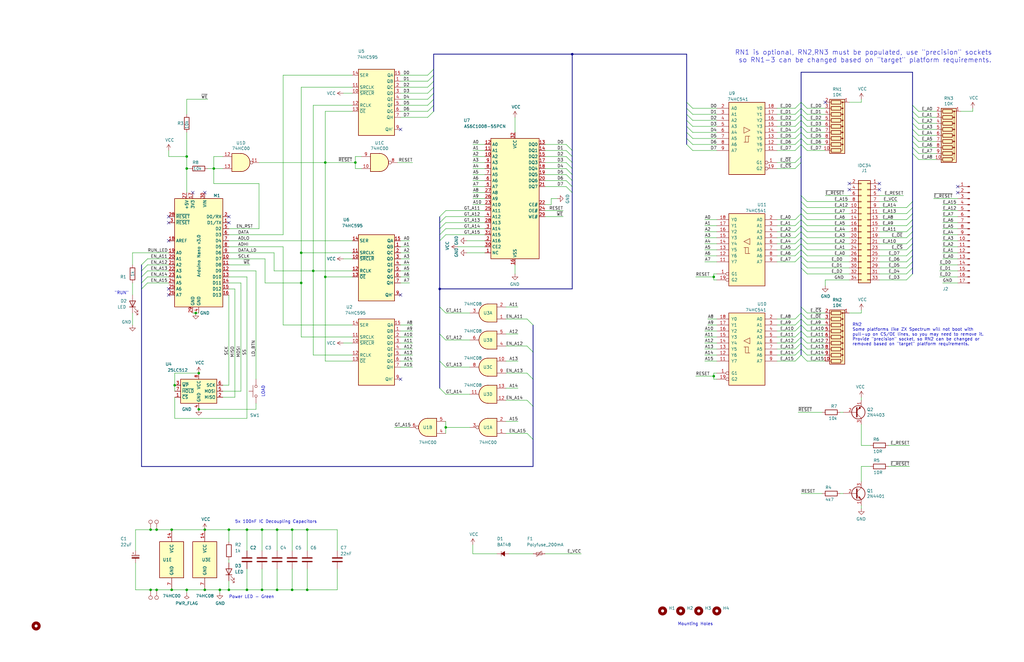
<source format=kicad_sch>
(kicad_sch (version 20230121) (generator eeschema)
  (paper "USLedger")
  (title_block (title "EPROM Emulator NG") (date "2021-03-23") (rev "2.2c") (company "mygeekyhobby.com"))
  (junction (at 96.52 223.52))
  (junction (at 66.04 223.52))
  (junction (at 132.08 114.3))
  (junction (at 78.74 71.12))
  (junction (at 187.96 180.34))
  (junction (at 185.42 121.92))
  (junction (at 116.84 223.52))
  (junction (at 123.19 223.52))
  (junction (at 300.99 116.84))
  (junction (at 63.5 248.92))
  (junction (at 83.82 157.48))
  (junction (at 127 119.38))
  (junction (at 300.99 158.75))
  (junction (at 129.54 223.52))
  (junction (at 127 106.68))
  (junction (at 116.84 248.92))
  (junction (at 104.14 223.52))
  (junction (at 104.14 248.92))
  (junction (at 241.3 22.86))
  (junction (at 96.52 248.92))
  (junction (at 92.71 248.92))
  (junction (at 72.39 248.92))
  (junction (at 110.49 223.52))
  (junction (at 63.5 223.52))
  (junction (at 129.54 248.92))
  (junction (at 78.74 248.92))
  (junction (at 73.66 162.56))
  (junction (at 123.19 248.92))
  (junction (at 82.55 132.08))
  (junction (at 149.86 68.58))
  (junction (at 78.74 66.04))
  (junction (at 86.36 248.92))
  (junction (at 110.49 248.92))
  (junction (at 86.36 223.52))
  (junction (at 137.16 116.84))
  (junction (at 137.16 68.58))
  (junction (at 83.82 172.72))
  (junction (at 66.04 248.92))
  (junction (at 72.39 223.52))
  (junction (at 90.17 71.12))
  (no_connect (at 168.91 54.61))
  (no_connect (at 71.12 93.98))
  (no_connect (at 71.12 121.92))
  (no_connect (at 96.52 93.98))
  (no_connect (at 168.91 124.46))
  (no_connect (at 347.98 43.18))
  (no_connect (at 71.12 101.6))
  (no_connect (at 168.91 160.02))
  (no_connect (at 358.14 80.01))
  (no_connect (at 370.84 80.01))
  (no_connect (at 86.36 81.28))
  (no_connect (at 71.12 91.44))
  (no_connect (at 71.12 124.46))
  (no_connect (at 403.86 78.74))
  (no_connect (at 81.28 81.28))
  (no_connect (at 370.84 77.47))
  (no_connect (at 358.14 77.47))
  (no_connect (at 96.52 91.44))
  (no_connect (at 403.86 81.28))
  (bus_entry (at 335.28 102.87) (size 2.54 -2.54))
  (bus_entry (at 185.42 152.4) (size 2.54 2.54))
  (bus_entry (at 337.82 92.71) (size 2.54 2.54))
  (bus_entry (at 340.36 139.7) (size -2.54 -2.54))
  (bus_entry (at 337.82 85.09) (size 2.54 2.54))
  (bus_entry (at 382.27 110.49) (size 2.54 -2.54))
  (bus_entry (at 289.56 58.42) (size 2.54 2.54))
  (bus_entry (at 337.82 100.33) (size 2.54 2.54))
  (bus_entry (at 185.42 96.52) (size 2.54 -2.54))
  (bus_entry (at 238.76 60.96) (size 2.54 2.54))
  (bus_entry (at 222.25 182.88) (size 2.54 2.54))
  (bus_entry (at 335.28 134.62) (size 2.54 -2.54))
  (bus_entry (at 384.81 44.45) (size 2.54 2.54))
  (bus_entry (at 335.28 100.33) (size 2.54 -2.54))
  (bus_entry (at 382.27 97.79) (size 2.54 -2.54))
  (bus_entry (at 335.28 152.4) (size 2.54 -2.54))
  (bus_entry (at 180.34 36.83) (size 2.54 -2.54))
  (bus_entry (at 335.28 45.72) (size 2.54 -2.54))
  (bus_entry (at 335.28 71.12) (size 2.54 -2.54))
  (bus_entry (at 382.27 90.17) (size 2.54 -2.54))
  (bus_entry (at 238.76 68.58) (size 2.54 2.54))
  (bus_entry (at 62.23 119.38) (size -2.54 2.54))
  (bus_entry (at 289.56 55.88) (size 2.54 2.54))
  (bus_entry (at 335.28 53.34) (size 2.54 -2.54))
  (bus_entry (at 238.76 76.2) (size 2.54 2.54))
  (bus_entry (at 289.56 45.72) (size 2.54 2.54))
  (bus_entry (at 335.28 137.16) (size 2.54 -2.54))
  (bus_entry (at 185.42 101.6) (size 2.54 -2.54))
  (bus_entry (at 337.82 90.17) (size 2.54 2.54))
  (bus_entry (at 337.82 45.72) (size 2.54 2.54))
  (bus_entry (at 335.28 144.78) (size 2.54 -2.54))
  (bus_entry (at 180.34 39.37) (size 2.54 -2.54))
  (bus_entry (at 382.27 115.57) (size 2.54 -2.54))
  (bus_entry (at 289.56 48.26) (size 2.54 2.54))
  (bus_entry (at 238.76 78.74) (size 2.54 2.54))
  (bus_entry (at 335.28 48.26) (size 2.54 -2.54))
  (bus_entry (at 384.81 46.99) (size 2.54 2.54))
  (bus_entry (at 340.36 137.16) (size -2.54 -2.54))
  (bus_entry (at 340.36 147.32) (size -2.54 -2.54))
  (bus_entry (at 222.25 134.62) (size 2.54 2.54))
  (bus_entry (at 337.82 97.79) (size 2.54 2.54))
  (bus_entry (at 382.27 87.63) (size 2.54 -2.54))
  (bus_entry (at 382.27 105.41) (size 2.54 -2.54))
  (bus_entry (at 289.56 53.34) (size 2.54 2.54))
  (bus_entry (at 238.76 63.5) (size 2.54 2.54))
  (bus_entry (at 222.25 157.48) (size 2.54 2.54))
  (bus_entry (at 382.27 100.33) (size 2.54 -2.54))
  (bus_entry (at 337.82 105.41) (size 2.54 2.54))
  (bus_entry (at 335.28 50.8) (size 2.54 -2.54))
  (bus_entry (at 238.76 66.04) (size 2.54 2.54))
  (bus_entry (at 335.28 107.95) (size 2.54 -2.54))
  (bus_entry (at 335.28 149.86) (size 2.54 -2.54))
  (bus_entry (at 382.27 102.87) (size 2.54 -2.54))
  (bus_entry (at 180.34 41.91) (size 2.54 -2.54))
  (bus_entry (at 180.34 44.45) (size 2.54 -2.54))
  (bus_entry (at 384.81 64.77) (size 2.54 2.54))
  (bus_entry (at 180.34 49.53) (size 2.54 -2.54))
  (bus_entry (at 384.81 62.23) (size 2.54 2.54))
  (bus_entry (at 335.28 110.49) (size 2.54 -2.54))
  (bus_entry (at 382.27 107.95) (size 2.54 -2.54))
  (bus_entry (at 185.42 140.97) (size 2.54 2.54))
  (bus_entry (at 340.36 142.24) (size -2.54 -2.54))
  (bus_entry (at 337.82 107.95) (size 2.54 2.54))
  (bus_entry (at 337.82 87.63) (size 2.54 2.54))
  (bus_entry (at 335.28 142.24) (size 2.54 -2.54))
  (bus_entry (at 335.28 95.25) (size 2.54 -2.54))
  (bus_entry (at 382.27 118.11) (size 2.54 -2.54))
  (bus_entry (at 335.28 58.42) (size 2.54 -2.54))
  (bus_entry (at 340.36 134.62) (size -2.54 -2.54))
  (bus_entry (at 62.23 114.3) (size -2.54 2.54))
  (bus_entry (at 335.28 139.7) (size 2.54 -2.54))
  (bus_entry (at 337.82 60.96) (size 2.54 2.54))
  (bus_entry (at 335.28 92.71) (size 2.54 -2.54))
  (bus_entry (at 62.23 116.84) (size -2.54 2.54))
  (bus_entry (at 335.28 55.88) (size 2.54 -2.54))
  (bus_entry (at 337.82 58.42) (size 2.54 2.54))
  (bus_entry (at 384.81 52.07) (size 2.54 2.54))
  (bus_entry (at 337.82 53.34) (size 2.54 2.54))
  (bus_entry (at 340.36 149.86) (size -2.54 -2.54))
  (bus_entry (at 185.42 91.44) (size 2.54 -2.54))
  (bus_entry (at 382.27 113.03) (size 2.54 -2.54))
  (bus_entry (at 62.23 109.22) (size -2.54 2.54))
  (bus_entry (at 337.82 82.55) (size 2.54 2.54))
  (bus_entry (at 382.27 92.71) (size 2.54 -2.54))
  (bus_entry (at 337.82 43.18) (size 2.54 2.54))
  (bus_entry (at 238.76 73.66) (size 2.54 2.54))
  (bus_entry (at 340.36 152.4) (size -2.54 -2.54))
  (bus_entry (at 185.42 99.06) (size 2.54 -2.54))
  (bus_entry (at 337.82 110.49) (size 2.54 2.54))
  (bus_entry (at 340.36 144.78) (size -2.54 -2.54))
  (bus_entry (at 185.42 129.54) (size 2.54 2.54))
  (bus_entry (at 384.81 59.69) (size 2.54 2.54))
  (bus_entry (at 337.82 102.87) (size 2.54 2.54))
  (bus_entry (at 335.28 63.5) (size 2.54 -2.54))
  (bus_entry (at 335.28 105.41) (size 2.54 -2.54))
  (bus_entry (at 222.25 168.91) (size 2.54 2.54))
  (bus_entry (at 335.28 97.79) (size 2.54 -2.54))
  (bus_entry (at 335.28 60.96) (size 2.54 -2.54))
  (bus_entry (at 335.28 68.58) (size 2.54 -2.54))
  (bus_entry (at 337.82 95.25) (size 2.54 2.54))
  (bus_entry (at 180.34 34.29) (size 2.54 -2.54))
  (bus_entry (at 289.56 50.8) (size 2.54 2.54))
  (bus_entry (at 337.82 50.8) (size 2.54 2.54))
  (bus_entry (at 384.81 54.61) (size 2.54 2.54))
  (bus_entry (at 238.76 71.12) (size 2.54 2.54))
  (bus_entry (at 185.42 93.98) (size 2.54 -2.54))
  (bus_entry (at 337.82 129.54) (size 2.54 2.54))
  (bus_entry (at 382.27 95.25) (size 2.54 -2.54))
  (bus_entry (at 335.28 147.32) (size 2.54 -2.54))
  (bus_entry (at 62.23 111.76) (size -2.54 2.54))
  (bus_entry (at 222.25 146.05) (size 2.54 2.54))
  (bus_entry (at 289.56 60.96) (size 2.54 2.54))
  (bus_entry (at 180.34 31.75) (size 2.54 -2.54))
  (bus_entry (at 384.81 49.53) (size 2.54 2.54))
  (bus_entry (at 384.81 57.15) (size 2.54 2.54))
  (bus_entry (at 337.82 113.03) (size 2.54 2.54))
  (bus_entry (at 180.34 46.99) (size 2.54 -2.54))
  (bus_entry (at 185.42 163.83) (size 2.54 2.54))
  (bus_entry (at 337.82 48.26) (size 2.54 2.54))
  (bus_entry (at 289.56 43.18) (size 2.54 2.54))
  (bus_entry (at 337.82 55.88) (size 2.54 2.54))
  (wire (pts (xy 101.6 165.1) (xy 93.98 165.1)))
  (bus (pts (xy 289.56 53.34) (xy 289.56 55.88)))
  (wire (pts (xy 172.72 180.34) (xy 166.37 180.34)))
  (bus (pts (xy 337.82 100.33) (xy 337.82 102.87)))
  (wire (pts (xy 292.1 60.96) (xy 302.26 60.96)))
  (wire (pts (xy 110.49 248.92) (xy 116.84 248.92)))
  (wire (pts (xy 238.76 63.5) (xy 229.87 63.5)))
  (wire (pts (xy 204.47 101.6) (xy 196.85 101.6)))
  (wire (pts (xy 327.66 92.71) (xy 335.28 92.71)))
  (wire (pts (xy 410.21 45.72) (xy 410.21 46.99)))
  (bus (pts (xy 384.81 105.41) (xy 384.81 107.95)))
  (wire (pts (xy 340.36 55.88) (xy 347.98 55.88)))
  (bus (pts (xy 182.88 29.21) (xy 182.88 31.75)))
  (wire (pts (xy 110.49 223.52) (xy 116.84 223.52)))
  (wire (pts (xy 96.52 119.38) (xy 101.6 119.38)))
  (wire (pts (xy 55.88 106.68) (xy 71.12 106.68)))
  (wire (pts (xy 238.76 60.96) (xy 229.87 60.96)))
  (wire (pts (xy 96.52 111.76) (xy 105.41 111.76)))
  (bus (pts (xy 337.82 30.48) (xy 337.82 43.18)))
  (wire (pts (xy 218.44 152.4) (xy 213.36 152.4)))
  (wire (pts (xy 302.26 137.16) (xy 298.45 137.16)))
  (wire (pts (xy 96.52 106.68) (xy 115.57 106.68)))
  (wire (pts (xy 218.44 129.54) (xy 213.36 129.54)))
  (wire (pts (xy 292.1 63.5) (xy 302.26 63.5)))
  (wire (pts (xy 148.59 39.37) (xy 144.78 39.37)))
  (wire (pts (xy 111.76 119.38) (xy 127 119.38)))
  (wire (pts (xy 327.66 100.33) (xy 335.28 100.33)))
  (wire (pts (xy 123.19 240.03) (xy 123.19 248.92)))
  (wire (pts (xy 96.52 223.52) (xy 104.14 223.52)))
  (bus (pts (xy 384.81 64.77) (xy 384.81 85.09)))
  (wire (pts (xy 180.34 31.75) (xy 168.91 31.75)))
  (wire (pts (xy 387.35 64.77) (xy 394.97 64.77)))
  (bus (pts (xy 337.82 147.32) (xy 337.82 149.86)))
  (bus (pts (xy 337.82 45.72) (xy 337.82 48.26)))
  (wire (pts (xy 127 36.83) (xy 148.59 36.83)))
  (wire (pts (xy 78.74 248.92) (xy 86.36 248.92)))
  (wire (pts (xy 213.36 134.62) (xy 222.25 134.62)))
  (wire (pts (xy 96.52 101.6) (xy 148.59 101.6)))
  (wire (pts (xy 173.99 154.94) (xy 168.91 154.94)))
  (bus (pts (xy 337.82 132.08) (xy 337.82 134.62)))
  (bus (pts (xy 337.82 139.7) (xy 337.82 142.24)))
  (wire (pts (xy 172.72 119.38) (xy 168.91 119.38)))
  (wire (pts (xy 180.34 49.53) (xy 168.91 49.53)))
  (wire (pts (xy 394.97 62.23) (xy 387.35 62.23)))
  (wire (pts (xy 297.18 97.79) (xy 302.26 97.79)))
  (bus (pts (xy 384.81 59.69) (xy 384.81 62.23)))
  (wire (pts (xy 92.71 248.92) (xy 96.52 248.92)))
  (bus (pts (xy 384.81 52.07) (xy 384.81 54.61)))
  (bus (pts (xy 384.81 97.79) (xy 384.81 100.33)))
  (wire (pts (xy 327.66 139.7) (xy 335.28 139.7)))
  (bus (pts (xy 289.56 55.88) (xy 289.56 58.42)))
  (bus (pts (xy 241.3 22.86) (xy 241.3 63.5)))
  (wire (pts (xy 149.86 68.58) (xy 149.86 66.04)))
  (bus (pts (xy 182.88 22.86) (xy 182.88 29.21)))
  (wire (pts (xy 300.99 115.57) (xy 300.99 116.84)))
  (wire (pts (xy 148.59 144.78) (xy 144.78 144.78)))
  (wire (pts (xy 394.97 67.31) (xy 387.35 67.31)))
  (bus (pts (xy 185.42 99.06) (xy 185.42 101.6)))
  (wire (pts (xy 347.98 149.86) (xy 340.36 149.86)))
  (bus (pts (xy 182.88 34.29) (xy 182.88 36.83)))
  (wire (pts (xy 83.82 172.72) (xy 107.95 172.72)))
  (wire (pts (xy 86.36 223.52) (xy 96.52 223.52)))
  (wire (pts (xy 123.19 223.52) (xy 129.54 223.52)))
  (wire (pts (xy 180.34 41.91) (xy 168.91 41.91)))
  (wire (pts (xy 72.39 223.52) (xy 86.36 223.52)))
  (wire (pts (xy 370.84 87.63) (xy 382.27 87.63)))
  (bus (pts (xy 185.42 129.54) (xy 185.42 140.97)))
  (wire (pts (xy 71.12 111.76) (xy 62.23 111.76)))
  (wire (pts (xy 71.12 114.3) (xy 62.23 114.3)))
  (wire (pts (xy 297.18 147.32) (xy 302.26 147.32)))
  (wire (pts (xy 78.74 41.91) (xy 78.74 48.26)))
  (wire (pts (xy 142.24 232.41) (xy 142.24 223.52)))
  (wire (pts (xy 132.08 114.3) (xy 115.57 114.3)))
  (wire (pts (xy 172.72 104.14) (xy 168.91 104.14)))
  (wire (pts (xy 232.41 83.82) (xy 234.95 83.82)))
  (wire (pts (xy 73.66 162.56) (xy 73.66 165.1)))
  (bus (pts (xy 185.42 91.44) (xy 185.42 93.98)))
  (wire (pts (xy 410.21 46.99) (xy 405.13 46.99)))
  (wire (pts (xy 340.36 115.57) (xy 358.14 115.57)))
  (wire (pts (xy 297.18 95.25) (xy 302.26 95.25)))
  (wire (pts (xy 92.71 250.19) (xy 92.71 248.92)))
  (bus (pts (xy 337.82 107.95) (xy 337.82 110.49)))
  (bus (pts (xy 337.82 110.49) (xy 337.82 113.03)))
  (wire (pts (xy 127 119.38) (xy 127 142.24)))
  (wire (pts (xy 109.22 68.58) (xy 137.16 68.58)))
  (wire (pts (xy 110.49 232.41) (xy 110.49 223.52)))
  (wire (pts (xy 403.86 91.44) (xy 397.51 91.44)))
  (wire (pts (xy 327.66 53.34) (xy 335.28 53.34)))
  (bus (pts (xy 384.81 87.63) (xy 384.81 90.17)))
  (bus (pts (xy 185.42 93.98) (xy 185.42 96.52)))
  (wire (pts (xy 370.84 82.55) (xy 381 82.55)))
  (wire (pts (xy 297.18 152.4) (xy 302.26 152.4)))
  (bus (pts (xy 384.81 54.61) (xy 384.81 57.15)))
  (bus (pts (xy 289.56 58.42) (xy 289.56 60.96)))
  (wire (pts (xy 327.66 97.79) (xy 335.28 97.79)))
  (wire (pts (xy 111.76 109.22) (xy 111.76 119.38)))
  (wire (pts (xy 90.17 71.12) (xy 93.98 71.12)))
  (wire (pts (xy 370.84 100.33) (xy 382.27 100.33)))
  (wire (pts (xy 363.22 187.96) (xy 367.03 187.96)))
  (wire (pts (xy 397.51 99.06) (xy 403.86 99.06)))
  (wire (pts (xy 347.98 118.11) (xy 347.98 120.65)))
  (bus (pts (xy 224.79 185.42) (xy 224.79 196.85)))
  (wire (pts (xy 127 106.68) (xy 127 36.83)))
  (wire (pts (xy 109.22 77.47) (xy 109.22 96.52)))
  (wire (pts (xy 327.66 105.41) (xy 335.28 105.41)))
  (bus (pts (xy 59.69 196.85) (xy 224.79 196.85)))
  (wire (pts (xy 387.35 52.07) (xy 394.97 52.07)))
  (wire (pts (xy 300.99 157.48) (xy 300.99 158.75)))
  (bus (pts (xy 241.3 71.12) (xy 241.3 73.66)))
  (wire (pts (xy 93.98 167.64) (xy 99.06 167.64)))
  (wire (pts (xy 238.76 71.12) (xy 229.87 71.12)))
  (wire (pts (xy 217.17 49.53) (xy 217.17 55.88)))
  (wire (pts (xy 327.66 142.24) (xy 335.28 142.24)))
  (wire (pts (xy 187.96 177.8) (xy 187.96 180.34)))
  (wire (pts (xy 204.47 81.28) (xy 199.39 81.28)))
  (wire (pts (xy 238.76 68.58) (xy 229.87 68.58)))
  (wire (pts (xy 229.87 233.68) (xy 245.11 233.68)))
  (wire (pts (xy 96.52 228.6) (xy 96.52 223.52)))
  (wire (pts (xy 137.16 116.84) (xy 148.59 116.84)))
  (wire (pts (xy 340.36 137.16) (xy 347.98 137.16)))
  (wire (pts (xy 229.87 88.9) (xy 237.49 88.9)))
  (wire (pts (xy 196.85 106.68) (xy 204.47 106.68)))
  (wire (pts (xy 187.96 93.98) (xy 204.47 93.98)))
  (wire (pts (xy 363.22 168.91) (xy 363.22 167.64)))
  (wire (pts (xy 340.36 147.32) (xy 347.98 147.32)))
  (wire (pts (xy 297.18 105.41) (xy 302.26 105.41)))
  (wire (pts (xy 370.84 90.17) (xy 382.27 90.17)))
  (wire (pts (xy 172.72 109.22) (xy 168.91 109.22)))
  (wire (pts (xy 187.96 91.44) (xy 204.47 91.44)))
  (wire (pts (xy 173.99 144.78) (xy 168.91 144.78)))
  (wire (pts (xy 370.84 115.57) (xy 382.27 115.57)))
  (wire (pts (xy 104.14 232.41) (xy 104.14 223.52)))
  (wire (pts (xy 297.18 149.86) (xy 302.26 149.86)))
  (wire (pts (xy 80.01 71.12) (xy 78.74 71.12)))
  (wire (pts (xy 101.6 119.38) (xy 101.6 165.1)))
  (wire (pts (xy 204.47 83.82) (xy 199.39 83.82)))
  (wire (pts (xy 129.54 248.92) (xy 142.24 248.92)))
  (wire (pts (xy 229.87 86.36) (xy 232.41 86.36)))
  (wire (pts (xy 96.52 162.56) (xy 93.98 162.56)))
  (wire (pts (xy 167.64 68.58) (xy 173.99 68.58)))
  (wire (pts (xy 302.26 157.48) (xy 300.99 157.48)))
  (wire (pts (xy 73.66 176.53) (xy 73.66 167.64)))
  (wire (pts (xy 403.86 96.52) (xy 397.51 96.52)))
  (wire (pts (xy 355.6 173.99) (xy 354.33 173.99)))
  (bus (pts (xy 337.82 95.25) (xy 337.82 97.79)))
  (bus (pts (xy 224.79 137.16) (xy 224.79 148.59)))
  (wire (pts (xy 229.87 91.44) (xy 237.49 91.44)))
  (wire (pts (xy 115.57 114.3) (xy 115.57 106.68)))
  (wire (pts (xy 300.99 116.84) (xy 300.99 118.11)))
  (bus (pts (xy 337.82 85.09) (xy 337.82 87.63)))
  (wire (pts (xy 327.66 45.72) (xy 335.28 45.72)))
  (wire (pts (xy 204.47 66.04) (xy 199.39 66.04)))
  (wire (pts (xy 370.84 118.11) (xy 382.27 118.11)))
  (wire (pts (xy 99.06 121.92) (xy 96.52 121.92)))
  (wire (pts (xy 370.84 107.95) (xy 382.27 107.95)))
  (wire (pts (xy 340.36 50.8) (xy 347.98 50.8)))
  (wire (pts (xy 213.36 182.88) (xy 222.25 182.88)))
  (wire (pts (xy 232.41 86.36) (xy 232.41 83.82)))
  (bus (pts (xy 337.82 92.71) (xy 337.82 95.25)))
  (wire (pts (xy 340.36 107.95) (xy 358.14 107.95)))
  (wire (pts (xy 340.36 85.09) (xy 358.14 85.09)))
  (wire (pts (xy 403.86 86.36) (xy 397.51 86.36)))
  (wire (pts (xy 198.12 154.94) (xy 187.96 154.94)))
  (wire (pts (xy 370.84 92.71) (xy 382.27 92.71)))
  (wire (pts (xy 72.39 248.92) (xy 78.74 248.92)))
  (wire (pts (xy 403.86 101.6) (xy 397.51 101.6)))
  (bus (pts (xy 182.88 31.75) (xy 182.88 34.29)))
  (wire (pts (xy 340.36 102.87) (xy 358.14 102.87)))
  (bus (pts (xy 337.82 66.04) (xy 337.82 68.58)))
  (wire (pts (xy 116.84 248.92) (xy 123.19 248.92)))
  (wire (pts (xy 57.15 223.52) (xy 63.5 223.52)))
  (bus (pts (xy 384.81 62.23) (xy 384.81 64.77)))
  (wire (pts (xy 148.59 142.24) (xy 127 142.24)))
  (wire (pts (xy 397.51 119.38) (xy 403.86 119.38)))
  (wire (pts (xy 137.16 68.58) (xy 149.86 68.58)))
  (bus (pts (xy 337.82 90.17) (xy 337.82 92.71)))
  (bus (pts (xy 337.82 144.78) (xy 337.82 147.32)))
  (wire (pts (xy 87.63 71.12) (xy 90.17 71.12)))
  (wire (pts (xy 90.17 66.04) (xy 90.17 71.12)))
  (wire (pts (xy 137.16 46.99) (xy 148.59 46.99)))
  (wire (pts (xy 55.88 132.08) (xy 55.88 137.16)))
  (wire (pts (xy 213.36 146.05) (xy 222.25 146.05)))
  (wire (pts (xy 90.17 71.12) (xy 90.17 77.47)))
  (bus (pts (xy 337.82 87.63) (xy 337.82 90.17)))
  (wire (pts (xy 204.47 73.66) (xy 199.39 73.66)))
  (wire (pts (xy 187.96 96.52) (xy 204.47 96.52)))
  (wire (pts (xy 204.47 68.58) (xy 199.39 68.58)))
  (bus (pts (xy 384.81 113.03) (xy 384.81 115.57)))
  (wire (pts (xy 187.96 88.9) (xy 204.47 88.9)))
  (bus (pts (xy 182.88 36.83) (xy 182.88 39.37)))
  (wire (pts (xy 93.98 66.04) (xy 90.17 66.04)))
  (wire (pts (xy 292.1 50.8) (xy 302.26 50.8)))
  (wire (pts (xy 403.86 111.76) (xy 396.24 111.76)))
  (wire (pts (xy 104.14 223.52) (xy 110.49 223.52)))
  (bus (pts (xy 241.3 22.86) (xy 289.56 22.86)))
  (bus (pts (xy 384.81 57.15) (xy 384.81 59.69)))
  (wire (pts (xy 340.36 58.42) (xy 347.98 58.42)))
  (bus (pts (xy 185.42 121.92) (xy 185.42 129.54)))
  (bus (pts (xy 289.56 48.26) (xy 289.56 50.8)))
  (wire (pts (xy 107.95 114.3) (xy 96.52 114.3)))
  (wire (pts (xy 387.35 49.53) (xy 394.97 49.53)))
  (wire (pts (xy 123.19 232.41) (xy 123.19 223.52)))
  (wire (pts (xy 397.51 104.14) (xy 403.86 104.14)))
  (wire (pts (xy 172.72 111.76) (xy 168.91 111.76)))
  (bus (pts (xy 384.81 107.95) (xy 384.81 110.49)))
  (bus (pts (xy 182.88 41.91) (xy 182.88 44.45)))
  (wire (pts (xy 213.36 157.48) (xy 222.25 157.48)))
  (wire (pts (xy 187.96 132.08) (xy 198.12 132.08)))
  (wire (pts (xy 78.74 41.91) (xy 87.63 41.91)))
  (wire (pts (xy 66.04 223.52) (xy 72.39 223.52)))
  (wire (pts (xy 327.66 95.25) (xy 335.28 95.25)))
  (wire (pts (xy 218.44 140.97) (xy 213.36 140.97)))
  (wire (pts (xy 218.44 163.83) (xy 213.36 163.83)))
  (wire (pts (xy 292.1 45.72) (xy 302.26 45.72)))
  (wire (pts (xy 204.47 60.96) (xy 199.39 60.96)))
  (wire (pts (xy 340.36 144.78) (xy 347.98 144.78)))
  (wire (pts (xy 302.26 139.7) (xy 297.18 139.7)))
  (wire (pts (xy 104.14 248.92) (xy 110.49 248.92)))
  (wire (pts (xy 292.1 53.34) (xy 302.26 53.34)))
  (wire (pts (xy 96.52 236.22) (xy 96.52 237.49)))
  (bus (pts (xy 241.3 76.2) (xy 241.3 78.74)))
  (wire (pts (xy 149.86 66.04) (xy 152.4 66.04)))
  (wire (pts (xy 199.39 233.68) (xy 199.39 229.87)))
  (wire (pts (xy 327.66 147.32) (xy 335.28 147.32)))
  (wire (pts (xy 55.88 124.46) (xy 55.88 119.38)))
  (wire (pts (xy 90.17 77.47) (xy 109.22 77.47)))
  (wire (pts (xy 66.04 248.92) (xy 72.39 248.92)))
  (wire (pts (xy 173.99 139.7) (xy 168.91 139.7)))
  (wire (pts (xy 127 106.68) (xy 148.59 106.68)))
  (wire (pts (xy 129.54 240.03) (xy 129.54 248.92)))
  (wire (pts (xy 110.49 240.03) (xy 110.49 248.92)))
  (wire (pts (xy 302.26 134.62) (xy 298.45 134.62)))
  (wire (pts (xy 340.36 48.26) (xy 347.98 48.26)))
  (wire (pts (xy 340.36 100.33) (xy 358.14 100.33)))
  (wire (pts (xy 107.95 170.18) (xy 107.95 172.72)))
  (wire (pts (xy 300.99 160.02) (xy 302.26 160.02)))
  (wire (pts (xy 302.26 115.57) (xy 300.99 115.57)))
  (wire (pts (xy 99.06 167.64) (xy 99.06 121.92)))
  (wire (pts (xy 172.72 106.68) (xy 168.91 106.68)))
  (wire (pts (xy 129.54 223.52) (xy 142.24 223.52)))
  (wire (pts (xy 292.1 58.42) (xy 302.26 58.42)))
  (bus (pts (xy 182.88 22.86) (xy 241.3 22.86)))
  (wire (pts (xy 327.66 144.78) (xy 335.28 144.78)))
  (bus (pts (xy 59.69 114.3) (xy 59.69 116.84)))
  (bus (pts (xy 384.81 44.45) (xy 384.81 46.99)))
  (wire (pts (xy 149.86 71.12) (xy 149.86 68.58)))
  (bus (pts (xy 384.81 110.49) (xy 384.81 113.03)))
  (wire (pts (xy 204.47 78.74) (xy 199.39 78.74)))
  (wire (pts (xy 86.36 248.92) (xy 92.71 248.92)))
  (wire (pts (xy 63.5 223.52) (xy 66.04 223.52)))
  (wire (pts (xy 387.35 57.15) (xy 394.97 57.15)))
  (wire (pts (xy 367.03 196.85) (xy 363.22 196.85)))
  (wire (pts (xy 346.71 173.99) (xy 336.55 173.99)))
  (wire (pts (xy 82.55 132.08) (xy 83.82 132.08)))
  (wire (pts (xy 214.63 233.68) (xy 224.79 233.68)))
  (wire (pts (xy 96.52 109.22) (xy 111.76 109.22)))
  (wire (pts (xy 78.74 66.04) (xy 78.74 71.12)))
  (wire (pts (xy 137.16 152.4) (xy 137.16 116.84)))
  (wire (pts (xy 71.12 119.38) (xy 62.23 119.38)))
  (wire (pts (xy 340.36 132.08) (xy 347.98 132.08)))
  (wire (pts (xy 335.28 60.96) (xy 327.66 60.96)))
  (wire (pts (xy 63.5 248.92) (xy 66.04 248.92)))
  (wire (pts (xy 119.38 31.75) (xy 119.38 99.06)))
  (wire (pts (xy 393.7 83.82) (xy 403.86 83.82)))
  (wire (pts (xy 173.99 152.4) (xy 168.91 152.4)))
  (wire (pts (xy 302.26 142.24) (xy 297.18 142.24)))
  (wire (pts (xy 340.36 134.62) (xy 347.98 134.62)))
  (wire (pts (xy 96.52 248.92) (xy 104.14 248.92)))
  (wire (pts (xy 340.36 113.03) (xy 358.14 113.03)))
  (wire (pts (xy 370.84 110.49) (xy 382.27 110.49)))
  (wire (pts (xy 55.88 111.76) (xy 55.88 106.68)))
  (bus (pts (xy 241.3 68.58) (xy 241.3 71.12)))
  (wire (pts (xy 397.51 88.9) (xy 403.86 88.9)))
  (wire (pts (xy 397.51 109.22) (xy 403.86 109.22)))
  (wire (pts (xy 180.34 36.83) (xy 168.91 36.83)))
  (bus (pts (xy 241.3 66.04) (xy 241.3 68.58)))
  (bus (pts (xy 289.56 45.72) (xy 289.56 48.26)))
  (wire (pts (xy 327.66 134.62) (xy 335.28 134.62)))
  (wire (pts (xy 378.46 85.09) (xy 370.84 85.09)))
  (wire (pts (xy 238.76 76.2) (xy 229.87 76.2)))
  (wire (pts (xy 204.47 71.12) (xy 199.39 71.12)))
  (bus (pts (xy 337.82 142.24) (xy 337.82 144.78)))
  (wire (pts (xy 83.82 157.48) (xy 73.66 157.48)))
  (wire (pts (xy 340.36 45.72) (xy 347.98 45.72)))
  (wire (pts (xy 119.38 31.75) (xy 148.59 31.75)))
  (bus (pts (xy 185.42 101.6) (xy 185.42 121.92)))
  (wire (pts (xy 116.84 232.41) (xy 116.84 223.52)))
  (wire (pts (xy 132.08 114.3) (xy 148.59 114.3)))
  (wire (pts (xy 297.18 92.71) (xy 302.26 92.71)))
  (wire (pts (xy 337.82 208.28) (xy 346.71 208.28)))
  (wire (pts (xy 340.36 90.17) (xy 358.14 90.17)))
  (wire (pts (xy 403.86 116.84) (xy 396.24 116.84)))
  (wire (pts (xy 363.22 43.18) (xy 358.14 43.18)))
  (wire (pts (xy 96.52 99.06) (xy 119.38 99.06)))
  (wire (pts (xy 403.86 106.68) (xy 397.51 106.68)))
  (wire (pts (xy 370.84 105.41) (xy 382.27 105.41)))
  (wire (pts (xy 204.47 104.14) (xy 193.04 104.14)))
  (bus (pts (xy 185.42 140.97) (xy 185.42 152.4)))
  (wire (pts (xy 347.98 82.55) (xy 358.14 82.55)))
  (bus (pts (xy 289.56 50.8) (xy 289.56 53.34)))
  (bus (pts (xy 59.69 116.84) (xy 59.69 119.38)))
  (wire (pts (xy 148.59 44.45) (xy 132.08 44.45)))
  (bus (pts (xy 384.81 90.17) (xy 384.81 92.71)))
  (bus (pts (xy 224.79 160.02) (xy 224.79 171.45)))
  (bus (pts (xy 384.81 46.99) (xy 384.81 49.53)))
  (bus (pts (xy 337.82 68.58) (xy 337.82 82.55)))
  (wire (pts (xy 78.74 250.19) (xy 78.74 248.92)))
  (wire (pts (xy 96.52 104.14) (xy 119.38 104.14)))
  (wire (pts (xy 57.15 232.41) (xy 57.15 223.52)))
  (bus (pts (xy 384.81 49.53) (xy 384.81 52.07)))
  (wire (pts (xy 340.36 63.5) (xy 347.98 63.5)))
  (bus (pts (xy 241.3 78.74) (xy 241.3 81.28)))
  (wire (pts (xy 335.28 107.95) (xy 327.66 107.95)))
  (bus (pts (xy 384.81 92.71) (xy 384.81 95.25)))
  (wire (pts (xy 187.96 99.06) (xy 204.47 99.06)))
  (wire (pts (xy 340.36 87.63) (xy 358.14 87.63)))
  (bus (pts (xy 337.82 30.48) (xy 384.81 30.48)))
  (wire (pts (xy 397.51 93.98) (xy 403.86 93.98)))
  (wire (pts (xy 204.47 63.5) (xy 199.39 63.5)))
  (wire (pts (xy 363.22 132.08) (xy 358.14 132.08)))
  (wire (pts (xy 363.22 130.81) (xy 363.22 132.08)))
  (wire (pts (xy 78.74 66.04) (xy 78.74 55.88)))
  (wire (pts (xy 327.66 58.42) (xy 335.28 58.42)))
  (wire (pts (xy 347.98 60.96) (xy 340.36 60.96)))
  (bus (pts (xy 185.42 96.52) (xy 185.42 99.06)))
  (bus (pts (xy 59.69 119.38) (xy 59.69 121.92)))
  (wire (pts (xy 387.35 54.61) (xy 394.97 54.61)))
  (wire (pts (xy 180.34 39.37) (xy 168.91 39.37)))
  (wire (pts (xy 370.84 95.25) (xy 382.27 95.25)))
  (wire (pts (xy 71.12 116.84) (xy 62.23 116.84)))
  (wire (pts (xy 71.12 63.5) (xy 71.12 66.04)))
  (wire (pts (xy 116.84 223.52) (xy 123.19 223.52)))
  (wire (pts (xy 204.47 76.2) (xy 199.39 76.2)))
  (bus (pts (xy 384.81 100.33) (xy 384.81 102.87)))
  (wire (pts (xy 300.99 158.75) (xy 293.37 158.75)))
  (wire (pts (xy 57.15 248.92) (xy 63.5 248.92)))
  (bus (pts (xy 224.79 148.59) (xy 224.79 160.02)))
  (wire (pts (xy 104.14 240.03) (xy 104.14 248.92)))
  (wire (pts (xy 340.36 105.41) (xy 358.14 105.41)))
  (bus (pts (xy 241.3 81.28) (xy 241.3 121.92)))
  (wire (pts (xy 129.54 232.41) (xy 129.54 223.52)))
  (wire (pts (xy 96.52 245.11) (xy 96.52 248.92)))
  (bus (pts (xy 337.82 97.79) (xy 337.82 100.33)))
  (wire (pts (xy 132.08 44.45) (xy 132.08 114.3)))
  (bus (pts (xy 182.88 39.37) (xy 182.88 41.91)))
  (wire (pts (xy 340.36 53.34) (xy 347.98 53.34)))
  (wire (pts (xy 238.76 73.66) (xy 229.87 73.66)))
  (wire (pts (xy 327.66 71.12) (xy 335.28 71.12)))
  (wire (pts (xy 374.65 196.85) (xy 383.54 196.85)))
  (wire (pts (xy 358.14 118.11) (xy 347.98 118.11)))
  (wire (pts (xy 340.36 142.24) (xy 347.98 142.24)))
  (wire (pts (xy 173.99 149.86) (xy 168.91 149.86)))
  (wire (pts (xy 396.24 114.3) (xy 403.86 114.3)))
  (wire (pts (xy 300.99 116.84) (xy 293.37 116.84)))
  (wire (pts (xy 387.35 59.69) (xy 394.97 59.69)))
  (wire (pts (xy 383.54 187.96) (xy 374.65 187.96)))
  (wire (pts (xy 387.35 46.99) (xy 394.97 46.99)))
  (bus (pts (xy 337.82 58.42) (xy 337.82 60.96)))
  (wire (pts (xy 73.66 157.48) (xy 73.66 162.56)))
  (bus (pts (xy 59.69 111.76) (xy 59.69 114.3)))
  (wire (pts (xy 116.84 240.03) (xy 116.84 248.92)))
  (wire (pts (xy 292.1 48.26) (xy 302.26 48.26)))
  (bus (pts (xy 384.81 30.48) (xy 384.81 44.45)))
  (bus (pts (xy 289.56 43.18) (xy 289.56 45.72)))
  (bus (pts (xy 337.82 129.54) (xy 337.82 132.08)))
  (bus (pts (xy 185.42 121.92) (xy 241.3 121.92)))
  (bus (pts (xy 337.82 60.96) (xy 337.82 66.04)))
  (wire (pts (xy 300.99 118.11) (xy 302.26 118.11)))
  (wire (pts (xy 148.59 152.4) (xy 137.16 152.4)))
  (wire (pts (xy 81.28 132.08) (xy 82.55 132.08)))
  (wire (pts (xy 340.36 110.49) (xy 358.14 110.49)))
  (wire (pts (xy 297.18 100.33) (xy 302.26 100.33)))
  (wire (pts (xy 173.99 137.16) (xy 168.91 137.16)))
  (wire (pts (xy 57.15 237.49) (xy 57.15 248.92)))
  (bus (pts (xy 337.82 43.18) (xy 337.82 45.72)))
  (wire (pts (xy 370.84 113.03) (xy 382.27 113.03)))
  (wire (pts (xy 148.59 137.16) (xy 119.38 137.16)))
  (bus (pts (xy 59.69 121.92) (xy 59.69 196.85)))
  (bus (pts (xy 337.82 48.26) (xy 337.82 50.8)))
  (wire (pts (xy 137.16 116.84) (xy 137.16 68.58)))
  (wire (pts (xy 327.66 102.87) (xy 335.28 102.87)))
  (wire (pts (xy 370.84 102.87) (xy 382.27 102.87)))
  (wire (pts (xy 152.4 71.12) (xy 149.86 71.12)))
  (wire (pts (xy 363.22 41.91) (xy 363.22 43.18)))
  (bus (pts (xy 384.81 102.87) (xy 384.81 105.41)))
  (wire (pts (xy 340.36 152.4) (xy 347.98 152.4)))
  (wire (pts (xy 340.36 97.79) (xy 358.14 97.79)))
  (wire (pts (xy 238.76 66.04) (xy 229.87 66.04)))
  (wire (pts (xy 327.66 50.8) (xy 335.28 50.8)))
  (wire (pts (xy 297.18 110.49) (xy 302.26 110.49)))
  (wire (pts (xy 327.66 137.16) (xy 335.28 137.16)))
  (wire (pts (xy 187.96 180.34) (xy 198.12 180.34)))
  (wire (pts (xy 71.12 109.22) (xy 62.23 109.22)))
  (wire (pts (xy 340.36 92.71) (xy 358.14 92.71)))
  (wire (pts (xy 132.08 114.3) (xy 132.08 149.86)))
  (wire (pts (xy 96.52 116.84) (xy 104.14 116.84)))
  (wire (pts (xy 180.34 34.29) (xy 168.91 34.29)))
  (wire (pts (xy 137.16 68.58) (xy 137.16 46.99)))
  (wire (pts (xy 78.74 71.12) (xy 78.74 81.28)))
  (wire (pts (xy 327.66 48.26) (xy 335.28 48.26)))
  (bus (pts (xy 337.82 105.41) (xy 337.82 107.95)))
  (wire (pts (xy 173.99 142.24) (xy 168.91 142.24)))
  (wire (pts (xy 96.52 96.52) (xy 109.22 96.52)))
  (wire (pts (xy 327.66 55.88) (xy 335.28 55.88)))
  (wire (pts (xy 127 106.68) (xy 127 119.38)))
  (bus (pts (xy 337.82 113.03) (xy 337.82 129.54)))
  (wire (pts (xy 142.24 240.03) (xy 142.24 248.92)))
  (bus (pts (xy 289.56 22.86) (xy 289.56 43.18)))
  (wire (pts (xy 297.18 102.87) (xy 302.26 102.87)))
  (wire (pts (xy 119.38 137.16) (xy 119.38 104.14)))
  (bus (pts (xy 182.88 44.45) (xy 182.88 46.99)))
  (wire (pts (xy 180.34 46.99) (xy 168.91 46.99)))
  (wire (pts (xy 327.66 110.49) (xy 335.28 110.49)))
  (wire (pts (xy 180.34 44.45) (xy 168.91 44.45)))
  (bus (pts (xy 337.82 134.62) (xy 337.82 137.16)))
  (wire (pts (xy 218.44 177.8) (xy 213.36 177.8)))
  (wire (pts (xy 173.99 147.32) (xy 168.91 147.32)))
  (wire (pts (xy 172.72 116.84) (xy 168.91 116.84)))
  (wire (pts (xy 187.96 180.34) (xy 187.96 182.88)))
  (wire (pts (xy 363.22 214.63) (xy 363.22 213.36)))
  (wire (pts (xy 340.36 95.25) (xy 358.14 95.25)))
  (wire (pts (xy 187.96 143.51) (xy 198.12 143.51)))
  (wire (pts (xy 73.66 176.53) (xy 104.14 176.53)))
  (wire (pts (xy 292.1 55.88) (xy 302.26 55.88)))
  (bus (pts (xy 337.82 137.16) (xy 337.82 139.7)))
  (wire (pts (xy 370.84 97.79) (xy 382.27 97.79)))
  (bus (pts (xy 337.82 102.87) (xy 337.82 105.41)))
  (wire (pts (xy 107.95 114.3) (xy 107.95 160.02)))
  (wire (pts (xy 204.47 86.36) (xy 199.39 86.36)))
  (wire (pts (xy 335.28 149.86) (xy 327.66 149.86)))
  (bus (pts (xy 337.82 53.34) (xy 337.82 55.88)))
  (wire (pts (xy 213.36 168.91) (xy 222.25 168.91)))
  (wire (pts (xy 363.22 196.85) (xy 363.22 203.2)))
  (wire (pts (xy 363.22 179.07) (xy 363.22 187.96)))
  (wire (pts (xy 297.18 107.95) (xy 302.26 107.95)))
  (wire (pts (xy 327.66 63.5) (xy 335.28 63.5)))
  (bus (pts (xy 185.42 152.4) (xy 185.42 163.83)))
  (bus (pts (xy 241.3 73.66) (xy 241.3 76.2)))
  (bus (pts (xy 241.3 63.5) (xy 241.3 66.04)))
  (wire (pts (xy 96.52 124.46) (xy 96.52 162.56)))
  (wire (pts (xy 297.18 144.78) (xy 302.26 144.78)))
  (bus (pts (xy 224.79 171.45) (xy 224.79 185.42)))
  (bus (pts (xy 337.82 55.88) (xy 337.82 58.42)))
  (wire (pts (xy 300.99 158.75) (xy 300.99 160.02)))
  (wire (pts (xy 340.36 139.7) (xy 347.98 139.7)))
  (wire (pts (xy 327.66 152.4) (xy 335.28 152.4)))
  (wire (pts (xy 148.59 109.22) (xy 144.78 109.22)))
  (wire (pts (xy 229.87 78.74) (xy 238.76 78.74)))
  (wire (pts (xy 217.17 111.76) (xy 217.17 115.57)))
  (wire (pts (xy 71.12 66.04) (xy 78.74 66.04)))
  (wire (pts (xy 104.14 116.84) (xy 104.14 176.53)))
  (wire (pts (xy 172.72 114.3) (xy 168.91 114.3)))
  (bus (pts (xy 337.82 50.8) (xy 337.82 53.34)))
  (wire (pts (xy 148.59 149.86) (xy 132.08 149.86)))
  (wire (pts (xy 335.28 68.58) (xy 327.66 68.58)))
  (bus (pts (xy 337.82 82.55) (xy 337.82 85.09)))
  (bus (pts (xy 384.81 95.25) (xy 384.81 97.79)))
  (wire (pts (xy 172.72 101.6) (xy 168.91 101.6)))
  (wire (pts (xy 355.6 208.28) (xy 354.33 208.28)))
  (wire (pts (xy 187.96 166.37) (xy 198.12 166.37)))
  (wire (pts (xy 123.19 248.92) (xy 129.54 248.92)))
  (wire (pts (xy 199.39 233.68) (xy 209.55 233.68)))
  (bus (pts (xy 384.81 85.09) (xy 384.81 87.63)))
  (text "RN2\nSome platforms like ZX Spectrum will not boot with \npull-up on CS/OE lines, so you may need to remove it.\nProvide \"precision\" socket, so RN2 can be changed or \nremoved based on \"target\" platform requirements." (at 359.41 146.05 0) (effects (font (size 1.27 1.27)) (justify left bottom)))
  (text "\"RUN\"" (at 48.26 124.46 0) (effects (font (size 1.27 1.27)) (justify left bottom)))
  (text "Power LED - Green" (at 96.52 252.73 0) (effects (font (size 1.27 1.27)) (justify left bottom)))
  (text "LOAD" (at 111.76 167.64 90) (effects (font (size 1.27 1.27)) (justify left bottom)))
  (text "RN1 is optional, RN2,RN3 must be populated, use \"precision\" sockets\n so RN1-3 can be changed based on \"target\" platform requirements." (at 309.88 26.67 0) (effects (font (size 2.0066 2.0066)) (justify left bottom)))
  (text "5x 100nF IC Decoupling Capacitors" (at 99.06 220.98 0) (effects (font (size 1.27 1.27)) (justify left bottom)))
  (text "Mounting Holes" (at 285.75 264.16 0) (effects (font (size 1.27 1.27)) (justify left bottom)))
  (label "~{E_RESET}" (at 383.54 196.85 180))
  (label "E_A13" (at 341.63 147.32 0))
  (label "E_~{CS}" (at 375.92 105.41 0))
  (label "E_D4" (at 374.65 115.57 0))
  (label "RESET" (at 237.49 88.9 180))
  (label "E_D4" (at 328.93 55.88 0))
  (label "E_D7" (at 341.63 63.5 0))
  (label "~{WE}" (at 237.49 91.44 180))
  (label "E_A1" (at 328.93 95.25 0))
  (label "E_A8" (at 372.11 92.71 0))
  (label "E_A7" (at 397.51 91.44 0))
  (label "E_A10" (at 328.93 139.7 0))
  (label "EN_A13" (at 213.36 157.48 0))
  (label "A2" (at 172.72 106.68 180))
  (label "A10" (at 199.39 86.36 0))
  (label "EN_A15" (at 63.5 119.38 0))
  (label "E_D6" (at 328.93 60.96 0))
  (label "A7" (at 199.39 78.74 0))
  (label "E_A2" (at 388.62 52.07 0))
  (label "A9" (at 173.99 139.7 180))
  (label "A15" (at 297.18 152.4 0))
  (label "E_D7" (at 328.93 63.5 0))
  (label "GT_A15" (at 166.37 180.34 0))
  (label "E_D0" (at 350.52 110.49 0))
  (label "E_A10" (at 372.11 102.87 0))
  (label "E_A14" (at 341.63 149.86 0))
  (label "~{WE}" (at 87.63 41.91 180))
  (label "A4" (at 297.18 102.87 0))
  (label "MISO" (at 99.06 146.05 270))
  (label "DATA_LD" (at 100.33 106.68 0))
  (label "GT_A11" (at 187.96 132.08 0))
  (label "GT_A13" (at 195.58 93.98 0))
  (label "D1" (at 172.72 34.29 180))
  (label "E_A6" (at 351.79 92.71 0))
  (label "E_D5" (at 341.63 58.42 0))
  (label "EN_A12" (at 213.36 146.05 0))
  (label "A2" (at 199.39 66.04 0))
  (label "A10" (at 173.99 142.24 180))
  (label "EN_A14" (at 213.36 168.91 0))
  (label "E_D3" (at 341.63 53.34 0))
  (label "GT_A15" (at 195.58 99.06 0))
  (label "D4" (at 172.72 41.91 180))
  (label "D2" (at 302.26 50.8 180))
  (label "E_A8" (at 388.62 67.31 0))
  (label "E_A6" (at 388.62 62.23 0))
  (label "E_D2" (at 350.52 115.57 0))
  (label "D7" (at 302.26 63.5 180))
  (label "A0" (at 172.72 101.6 180))
  (label "E_VCC" (at 245.11 233.68 180))
  (label "A4" (at 172.72 111.76 180))
  (label "E_A8" (at 328.93 134.62 0))
  (label "A13" (at 297.18 147.32 0))
  (label "E_A6" (at 397.51 93.98 0))
  (label "E_A7" (at 388.62 64.77 0))
  (label "ADHI" (at 100.33 104.14 0))
  (label "E_A5" (at 351.79 95.25 0))
  (label "A7" (at 172.72 119.38 180))
  (label "E_D5" (at 328.93 58.42 0))
  (label "D5" (at 302.26 58.42 180))
  (label "~{E_RESET}" (at 347.98 82.55 0))
  (label "SS" (at 104.14 147.32 270))
  (label "A5" (at 199.39 73.66 0))
  (label "A6" (at 199.39 76.2 0))
  (label "RESET" (at 173.99 68.58 180))
  (label "RESET" (at 293.37 116.84 0))
  (label "E_D2" (at 328.93 50.8 0))
  (label "A15" (at 173.99 154.94 180))
  (label "E_D6" (at 341.63 60.96 0))
  (label "A13" (at 218.44 152.4 180))
  (label "E_D2" (at 396.24 116.84 0))
  (label "E_A4" (at 397.51 99.06 0))
  (label "E_VCC" (at 378.46 85.09 180))
  (label "E_A1" (at 388.62 49.53 0))
  (label "A10" (at 297.18 139.7 0))
  (label "~{RESET}" (at 336.55 173.99 0))
  (label "E_A12" (at 328.93 144.78 0))
  (label "E_A13" (at 372.11 90.17 0))
  (label "D7" (at 234.95 78.74 0))
  (label "E_A0" (at 351.79 107.95 0))
  (label "D2" (at 234.95 66.04 0))
  (label "DATA" (at 100.33 99.06 0))
  (label "E_A5" (at 397.51 96.52 0))
  (label "A7" (at 297.18 110.49 0))
  (label "LD_BTN" (at 107.95 143.51 270))
  (label "D6" (at 302.26 60.96 180))
  (label "A8" (at 199.39 81.28 0))
  (label "E_A12" (at 397.51 88.9 0))
  (label "GT_A14" (at 195.58 96.52 0))
  (label "A5" (at 297.18 105.41 0))
  (label "E_RESET" (at 383.54 187.96 180))
  (label "A5" (at 172.72 114.3 180))
  (label "D3" (at 234.95 68.58 0))
  (label "E_A0" (at 397.51 109.22 0))
  (label "A12" (at 297.18 144.78 0))
  (label "E_A14" (at 328.93 149.86 0))
  (label "A13" (at 173.99 149.86 180))
  (label "A1" (at 172.72 104.14 180))
  (label "E_D6" (at 374.65 110.49 0))
  (label "D5" (at 234.95 73.66 0))
  (label "A1" (at 199.39 63.5 0))
  (label "SCK" (at 96.52 146.05 270))
  (label "D3" (at 302.26 53.34 180))
  (label "E_~{OE}" (at 328.93 68.58 0))
  (label "E_D7" (at 374.65 107.95 0))
  (label "E_A3" (at 351.79 100.33 0))
  (label "E_A13" (at 328.93 147.32 0))
  (label "E_D2" (at 341.63 50.8 0))
  (label "E_D3" (at 328.93 53.34 0))
  (label "E_~{OE}" (at 375.92 100.33 0))
  (label "GT_A12" (at 195.58 91.44 0))
  (label "E_~{CS}" (at 328.93 71.12 0))
  (label "E_A12" (at 351.79 87.63 0))
  (label "A9" (at 199.39 83.82 0))
  (label "E_D1" (at 350.52 113.03 0))
  (label "A4" (at 199.39 71.12 0))
  (label "E_A7" (at 351.79 90.17 0))
  (label "A8" (at 298.45 134.62 0))
  (label "E_A2" (at 351.79 102.87 0))
  (label "EN_A15" (at 214.63 182.88 0))
  (label "E_A1" (at 397.51 106.68 0))
  (label "A11" (at 297.18 142.24 0))
  (label "E_A5" (at 328.93 105.41 0))
  (label "E_D4" (at 341.63 55.88 0))
  (label "E_A0" (at 388.62 46.99 0))
  (label "E_A3" (at 397.51 101.6 0))
  (label "E_A1" (at 351.79 105.41 0))
  (label "D1" (at 302.26 48.26 180))
  (label "EN_A11" (at 63.5 109.22 0))
  (label "E_RESET" (at 381 82.55 180))
  (label "E_D1" (at 396.24 114.3 0))
  (label "GT_A14" (at 187.96 166.37 0))
  (label "GT_A12" (at 187.96 143.51 0))
  (label "E_A11" (at 341.63 142.24 0))
  (label "SCLK" (at 100.33 109.22 0))
  (label "E_A4" (at 328.93 102.87 0))
  (label "A11" (at 173.99 144.78 180))
  (label "A0" (at 297.18 92.71 0))
  (label "D0" (at 302.26 45.72 180))
  (label "~{E_RESET}" (at 393.7 83.82 0))
  (label "E_A15" (at 341.63 152.4 0))
  (label "E_A15" (at 397.51 86.36 0))
  (label "A12" (at 173.99 147.32 180))
  (label "E_D0" (at 341.63 45.72 0))
  (label "RUN_LED" (at 62.23 106.68 0))
  (label "E_D1" (at 341.63 48.26 0))
  (label "EN_A14" (at 63.5 116.84 0))
  (label "E_D0" (at 396.24 111.76 0))
  (label "EN_A12" (at 63.5 111.76 0))
  (label "A14" (at 218.44 163.83 180))
  (label "RESET" (at 293.37 158.75 0))
  (label "GND" (at 351.79 118.11 0))
  (label "MOSI" (at 101.6 146.05 270))
  (label "A1" (at 297.18 95.25 0))
  (label "GND" (at 397.51 119.38 0))
  (label "E_~{CS}" (at 341.63 132.08 0))
  (label "~{WE}" (at 105.41 111.76 180))
  (label "E_A2" (at 397.51 104.14 0))
  (label "E_A15" (at 328.93 152.4 0))
  (label "EN_A11" (at 213.36 134.62 0))
  (label "E_A2" (at 328.93 97.79 0))
  (label "D4" (at 234.95 71.12 0))
  (label "RESET" (at 337.82 208.28 0))
  (label "E_A9" (at 341.63 137.16 0))
  (label "A14" (at 297.18 149.86 0))
  (label "E_A5" (at 388.62 59.69 0))
  (label "D0" (at 172.72 31.75 180))
  (label "D6" (at 172.72 46.99 180))
  (label "D0" (at 234.95 60.96 0))
  (label "E_A14" (at 372.11 87.63 0))
  (label "E_A3" (at 388.62 54.61 0))
  (label "E_D0" (at 328.93 45.72 0))
  (label "A15" (at 218.44 177.8 180))
  (label "A6" (at 297.18 107.95 0))
  (label "D2" (at 172.72 36.83 180))
  (label "A12" (at 218.44 140.97 180))
  (label "D4" (at 302.26 55.88 180))
  (label "EN_RST" (at 106.68 96.52 180))
  (label "E_A9" (at 372.11 95.25 0))
  (label "GT_A13" (at 187.96 154.94 0))
  (label "ADLO" (at 100.33 101.6 0))
  (label "E_A11" (at 328.93 142.24 0))
  (label "E_D1" (at 328.93 48.26 0))
  (label "D6" (at 234.95 76.2 0))
  (label "A3" (at 199.39 68.58 0))
  (label "E_A9" (at 328.93 137.16 0))
  (label "D5" (at 172.72 44.45 180))
  (label "E_A0" (at 328.93 92.71 0))
  (label "E_D5" (at 374.65 113.03 0))
  (label "E_D3" (at 374.65 118.11 0))
  (label "GT_A11" (at 195.58 88.9 0))
  (label "D3" (at 172.72 39.37 180))
  (label "E_~{OE}" (at 341.63 134.62 0))
  (label "E_A6" (at 328.93 107.95 0))
  (label "E_A10" (at 341.63 139.7 0))
  (label "E_A15" (at 351.79 85.09 0))
  (label "~{RESET}" (at 148.59 68.58 180))
  (label "E_A3" (at 328.93 100.33 0))
  (label "E_A7" (at 328.93 110.49 0))
  (label "A6" (at 172.72 116.84 180))
  (label "A9" (at 298.45 137.16 0))
  (label "EN_A13" (at 63.5 114.3 0))
  (label "D7" (at 172.72 49.53 180))
  (label "A3" (at 297.18 100.33 0))
  (label "A2" (at 297.18 97.79 0))
  (label "A8" (at 173.99 137.16 180))
  (label "E_A11" (at 372.11 97.79 0))
  (label "E_A4" (at 351.79 97.79 0))
  (label "E_A12" (at 341.63 144.78 0))
  (label "E_A4" (at 388.62 57.15 0))
  (label "A0" (at 199.39 60.96 0))
  (label "A3" (at 172.72 109.22 180))
  (label "A14" (at 173.99 152.4 180))
  (label "A11" (at 218.44 129.54 180))
  (label "D1" (at 234.95 63.5 0))
  (symbol (lib_id "Connector_Generic:Conn_02x17_Odd_Even") (at 365.76 97.79 0) (mirror y) (unit 1)
    (property "Reference" "J1" (at 364.49 71.9582 0))
    (property "Value" "IDC34" (at 364.49 69.85 0))
    (property "Footprint" "Connector_IDC:IDC-Header_2x17_P2.54mm_Horizontal_Lock" (effects hide))
  )
  (symbol (lib_id "power:GND") (at 347.98 120.65 0) (unit 1)
    (property "Reference" "#PWR015" (effects hide))
    (property "Value" "GND" (at 348.107 125.0442 0))
  )
  (symbol (lib_id "1002_EPROM_EMU_NG_2.2d-rescue:74LS541-mgh-symbols") (at 314.96 58.42 0) (unit 1)
    (property "Reference" "U9" (at 308.61 39.37 0))
    (property "Value" "74HC541" (at 311.15 41.91 0))
    (property "Footprint" "Package_DIP:DIP-20_W7.62mm_Socket" (effects hide))
    (property "Datasheet" "http://www.ti.com/lit/gpn/sn74LS541" (effects hide))
  )
  (symbol (lib_id "1002_EPROM_EMU_NG_2.2d-rescue:74HC595-mgh-symbols") (at 158.75 41.91 0) (unit 1)
    (property "Reference" "U5" (at 152.4 21.59 0))
    (property "Value" "74HC595" (at 154.94 24.13 0))
    (property "Footprint" "Package_DIP:DIP-16_W7.62mm_Socket" (effects hide))
    (property "Datasheet" "http://www.ti.com/lit/ds/symlink/sn74hc595.pdf" (effects hide))
  )
  (symbol (lib_id "1002_EPROM_EMU_NG_2.2d-rescue:74HC595-mgh-symbols") (at 158.75 111.76 0) (unit 1)
    (property "Reference" "U6" (at 146.05 92.71 0))
    (property "Value" "74HC595" (at 148.59 95.25 0))
    (property "Footprint" "Package_DIP:DIP-16_W7.62mm_Socket" (effects hide))
    (property "Datasheet" "http://www.ti.com/lit/ds/symlink/sn74hc595.pdf" (effects hide))
  )
  (symbol (lib_id "1002_EPROM_EMU_NG_2.2d-rescue:74HC595-mgh-symbols") (at 158.75 147.32 0) (unit 1)
    (property "Reference" "U2" (at 147.32 129.54 0))
    (property "Value" "74HC595" (at 149.86 132.08 0))
    (property "Footprint" "Package_DIP:DIP-16_W7.62mm_Socket" (effects hide))
    (property "Datasheet" "http://www.ti.com/lit/ds/symlink/sn74hc595.pdf" (effects hide))
  )
  (symbol (lib_id "1002_EPROM_EMU_NG_2.2d-rescue:74LS541-mgh-symbols") (at 314.96 105.41 0) (mirror y) (unit 1)
    (property "Reference" "U11" (at 321.31 86.36 0))
    (property "Value" "74HC541" (at 318.77 88.9 0))
    (property "Footprint" "Package_DIP:DIP-20_W7.62mm_Socket" (effects hide))
    (property "Datasheet" "http://www.ti.com/lit/gpn/sn74LS541" (effects hide))
  )
  (symbol (lib_id "1002_EPROM_EMU_NG_2.2d-rescue:74LS541-mgh-symbols") (at 314.96 147.32 0) (mirror y) (unit 1)
    (property "Reference" "U10" (at 321.31 128.27 0))
    (property "Value" "74HC541" (at 318.77 130.81 0))
    (property "Footprint" "Package_DIP:DIP-20_W7.62mm_Socket" (effects hide))
    (property "Datasheet" "http://www.ti.com/lit/gpn/sn74LS541" (effects hide))
  )
  (symbol (lib_id "Device:R_Network09") (at 353.06 53.34 270) (unit 1)
    (property "Reference" "RN1" (at 353.06 37.6682 90))
    (property "Value" "10K" (at 353.06 39.9796 90))
    (property "Footprint" "Resistor_THT:R_Array_SIP10" (effects hide))
    (property "Datasheet" "http://www.vishay.com/docs/31509/csc.pdf" (effects hide))
  )
  (symbol (lib_id "Device:R_Network09") (at 353.06 142.24 270) (unit 1)
    (property "Reference" "RN2" (at 353.06 126.5682 90))
    (property "Value" "10K" (at 353.06 128.8796 90))
    (property "Footprint" "Resistor_THT:R_Array_SIP10" (effects hide))
    (property "Datasheet" "http://www.vishay.com/docs/31509/csc.pdf" (effects hide))
  )
  (symbol (lib_id "power:VCC") (at 363.22 41.91 0) (unit 1)
    (property "Reference" "#PWR016" (effects hide))
    (property "Value" "VCC" (at 363.6518 37.5158 0))
  )
  (symbol (lib_id "power:VCC") (at 363.22 130.81 0) (unit 1)
    (property "Reference" "#PWR017" (effects hide))
    (property "Value" "VCC" (at 363.6518 126.4158 0))
  )
  (symbol (lib_id "Mechanical:MountingHole") (at 279.4 257.81 0) (unit 1)
    (property "Reference" "H1" (at 281.94 256.6416 0) (effects (justify left)))
    (property "Value" "MountingHole" (effects hide))
    (property "Footprint" "MountingHole:MountingHole_2.2mm_M2" (effects hide))
  )
  (symbol (lib_id "Mechanical:MountingHole") (at 287.02 257.81 0) (unit 1)
    (property "Reference" "H2" (at 289.56 256.6416 0) (effects (justify left)))
    (property "Value" "MountingHole" (effects hide))
    (property "Footprint" "MountingHole:MountingHole_2.2mm_M2" (effects hide))
  )
  (symbol (lib_id "Mechanical:MountingHole") (at 294.64 257.81 0) (unit 1)
    (property "Reference" "H3" (at 297.18 256.6416 0) (effects (justify left)))
    (property "Value" "MountingHole" (effects hide))
    (property "Footprint" "MountingHole:MountingHole_2.2mm_M2" (effects hide))
  )
  (symbol (lib_id "74xx:74LS08") (at 205.74 132.08 180) (unit 1)
    (property "Reference" "U3" (at 205.74 132.08 0))
    (property "Value" "74HC08" (at 199.39 128.27 0))
    (property "Footprint" "Package_DIP:DIP-14_W7.62mm_Socket" (effects hide))
    (property "Datasheet" "http://www.ti.com/lit/gpn/sn74LS08" (effects hide))
  )
  (symbol (lib_id "74xx:74LS08") (at 205.74 143.51 180) (unit 2)
    (property "Reference" "U3" (at 205.74 143.51 0))
    (property "Value" "74HC08" (at 199.39 139.7 0))
    (property "Footprint" "Package_DIP:DIP-14_W7.62mm_Socket" (effects hide))
    (property "Datasheet" "http://www.ti.com/lit/gpn/sn74LS08" (effects hide))
  )
  (symbol (lib_id "Mechanical:MountingHole") (at 302.26 257.81 0) (unit 1)
    (property "Reference" "H4" (at 304.8 256.6416 0) (effects (justify left)))
    (property "Value" "MountingHole" (effects hide))
    (property "Footprint" "MountingHole:MountingHole_2.2mm_M2" (effects hide))
  )
  (symbol (lib_id "74xx:74LS08") (at 205.74 154.94 180) (unit 3)
    (property "Reference" "U3" (at 205.74 154.94 0))
    (property "Value" "74HC08" (at 199.39 151.13 0))
    (property "Footprint" "Package_DIP:DIP-14_W7.62mm_Socket" (effects hide))
    (property "Datasheet" "http://www.ti.com/lit/gpn/sn74LS08" (effects hide))
  )
  (symbol (lib_id "74xx:74LS08") (at 205.74 166.37 180) (unit 4)
    (property "Reference" "U3" (at 205.74 166.37 0))
    (property "Value" "74HC08" (at 199.39 162.56 0))
    (property "Footprint" "Package_DIP:DIP-14_W7.62mm_Socket" (effects hide))
    (property "Datasheet" "http://www.ti.com/lit/gpn/sn74LS08" (effects hide))
  )
  (symbol (lib_id "74xx:74LS08") (at 86.36 236.22 0) (unit 5)
    (property "Reference" "U3" (at 85.09 236.22 0) (effects (justify left)))
    (property "Value" "74HC08" (at 82.55 251.46 0) (effects (justify left)))
    (property "Footprint" "Package_DIP:DIP-14_W7.62mm_Socket" (effects hide))
    (property "Datasheet" "http://www.ti.com/lit/gpn/sn74LS08" (effects hide))
  )
  (symbol (lib_id "74xx:74LS00") (at 205.74 180.34 180) (unit 1)
    (property "Reference" "U1" (at 205.74 180.34 0))
    (property "Value" "74HC00" (at 205.74 186.69 0))
    (property "Footprint" "Package_DIP:DIP-14_W7.62mm_Socket" (effects hide))
    (property "Datasheet" "http://www.ti.com/lit/gpn/sn74ls00" (effects hide))
  )
  (symbol (lib_id "74xx:74LS00") (at 180.34 180.34 180) (unit 2)
    (property "Reference" "U1" (at 180.34 180.34 0))
    (property "Value" "74HC00" (at 180.34 186.69 0))
    (property "Footprint" "Package_DIP:DIP-14_W7.62mm_Socket" (effects hide))
    (property "Datasheet" "http://www.ti.com/lit/gpn/sn74ls00" (effects hide))
  )
  (symbol (lib_id "74xx:74LS00") (at 160.02 68.58 0) (unit 3)
    (property "Reference" "U1" (at 160.02 60.325 0))
    (property "Value" "74HC00" (at 160.02 62.6364 0))
    (property "Footprint" "Package_DIP:DIP-14_W7.62mm_Socket" (effects hide))
    (property "Datasheet" "http://www.ti.com/lit/gpn/sn74ls00" (effects hide))
  )
  (symbol (lib_id "74xx:74LS00") (at 101.6 68.58 0) (unit 4)
    (property "Reference" "U1" (at 101.6 60.325 0))
    (property "Value" "74HC00" (at 101.6 62.6364 0))
    (property "Footprint" "Package_DIP:DIP-14_W7.62mm_Socket" (effects hide))
    (property "Datasheet" "http://www.ti.com/lit/gpn/sn74ls00" (effects hide))
  )
  (symbol (lib_id "74xx:74LS00") (at 72.39 236.22 0) (unit 5)
    (property "Reference" "U1" (at 68.58 236.22 0) (effects (justify left)))
    (property "Value" "74HC00" (at 68.58 251.46 0) (effects (justify left)))
    (property "Footprint" "Package_DIP:DIP-14_W7.62mm_Socket" (effects hide))
    (property "Datasheet" "http://www.ti.com/lit/gpn/sn74ls00" (effects hide))
  )
  (symbol (lib_id "Memory_EEPROM:AT25xxx") (at 83.82 165.1 0) (unit 1)
    (property "Reference" "U4" (at 71.12 153.67 0))
    (property "Value" "25LC512" (at 74.93 156.21 0))
    (property "Footprint" "Package_DIP:DIP-8_W7.62mm_Socket" (effects hide))
    (property "Datasheet" "http://ww1.microchip.com/downloads/en/DeviceDoc/Atmel-8707-SEEPROM-AT25010B-020B-040B-Datasheet.pdf" (effects hide))
  )
  (symbol (lib_id "power:GND") (at 83.82 172.72 0) (unit 1)
    (property "Reference" "#PWR06" (effects hide))
    (property "Value" "GND" (at 78.74 172.72 0))
  )
  (symbol (lib_id "Connector:TestPoint") (at 63.5 223.52 0) (unit 1)
    (property "Reference" "TP1" (effects hide))
    (property "Value" "VCC" (effects hide))
    (property "Footprint" "TestPoint:TestPoint_THTPad_D1.5mm_Drill0.7mm" (effects hide))
  )
  (symbol (lib_id "Connector:TestPoint") (at 63.5 248.92 180) (unit 1)
    (property "Reference" "TP2" (effects hide))
    (property "Value" "GND" (effects hide))
    (property "Footprint" "TestPoint:TestPoint_THTPad_D1.5mm_Drill0.7mm" (effects hide))
  )
  (symbol (lib_id "Connector:TestPoint") (at 66.04 248.92 180) (unit 1)
    (property "Reference" "TP3" (effects hide))
    (property "Value" "GND" (effects hide))
    (property "Footprint" "TestPoint:TestPoint_THTPad_D1.5mm_Drill0.7mm" (effects hide))
  )
  (symbol (lib_id "power:VCC") (at 83.82 157.48 0) (unit 1)
    (property "Reference" "#PWR05" (effects hide))
    (property "Value" "VCC" (at 84.2518 153.0858 0))
  )
  (symbol (lib_id "power:VCC") (at 217.17 49.53 0) (unit 1)
    (property "Reference" "#PWR09" (effects hide))
    (property "Value" "VCC" (at 217.6018 45.1358 0))
  )
  (symbol (lib_id "power:GND") (at 217.17 115.57 0) (mirror y) (unit 1)
    (property "Reference" "#PWR010" (effects hide))
    (property "Value" "GND" (at 217.043 119.9642 0))
  )
  (symbol (lib_id "power:VCC") (at 199.39 229.87 0) (unit 1)
    (property "Reference" "#PWR07" (effects hide))
    (property "Value" "VCC" (at 199.8218 225.4758 0))
  )
  (symbol (lib_id "1002_EPROM_EMU_NG_2.2d-rescue:Arduino_Nano_v2.x-mgh-symbols") (at 83.82 106.68 0) (mirror y) (unit 1)
    (property "Reference" "M1" (at 91.44 82.55 0))
    (property "Value" "Arduino Nano v3.0" (at 83.82 107.95 90))
    (property "Footprint" "Module:Arduino_Nano" (effects hide))
    (property "Datasheet" "https://www.arduino.cc/en/uploads/Main/ArduinoNanoManual23.pdf" (effects hide))
  )
  (symbol (lib_id "Device:LED") (at 96.52 241.3 90) (unit 1)
    (property "Reference" "D3" (at 99.06 238.76 90) (effects (justify right)))
    (property "Value" "LED" (at 99.06 241.3 90) (effects (justify right)))
    (property "Footprint" "LED_THT:LED_D3.0mm" (effects hide))
  )
  (symbol (lib_id "Device:R") (at 96.52 232.41 0) (unit 1)
    (property "Reference" "R2" (at 99.06 229.87 0) (effects (justify left)))
    (property "Value" "1k" (at 99.06 232.41 0) (effects (justify left)))
    (property "Footprint" "Resistor_THT:R_Axial_DIN0204_L3.6mm_D1.6mm_P7.62mm_Horizontal" (effects hide))
  )
  (symbol (lib_id "Connector:TestPoint") (at 66.04 223.52 0) (unit 1)
    (property "Reference" "TP4" (effects hide))
    (property "Value" "VCC" (effects hide))
    (property "Footprint" "TestPoint:TestPoint_THTPad_D1.5mm_Drill0.7mm" (effects hide))
  )
  (symbol (lib_id "Device:Polyfuse_Small") (at 227.33 233.68 270) (unit 1)
    (property "Reference" "F1" (at 223.52 227.33 90))
    (property "Value" "Polyfuse_200mA" (at 229.87 229.87 90))
    (property "Footprint" "Capacitor_THT:C_Disc_D10.0mm_W2.5mm_P5.00mm" (effects hide))
  )
  (symbol (lib_id "power:GND") (at 82.55 132.08 0) (unit 1)
    (property "Reference" "#PWR04" (effects hide))
    (property "Value" "GND" (at 86.36 132.08 0))
  )
  (symbol (lib_id "power:PWR_FLAG") (at 78.74 250.19 180) (unit 1)
    (property "Reference" "#FLG02" (effects hide))
    (property "Value" "PWR_FLAG" (at 78.74 254.5842 0))
  )
  (symbol (lib_id "Device:LED") (at 55.88 128.27 90) (unit 1)
    (property "Reference" "D2" (at 50.8 127 90) (effects (justify right)))
    (property "Value" "LED" (at 49.53 129.54 90) (effects (justify right)))
    (property "Footprint" "LED_THT:LED_D3.0mm" (effects hide))
  )
  (symbol (lib_id "Device:R") (at 55.88 115.57 180) (unit 1)
    (property "Reference" "R1" (at 53.34 116.84 0) (effects (justify left)))
    (property "Value" "1k" (at 55.88 114.3 90) (effects (justify left)))
    (property "Footprint" "Resistor_THT:R_Axial_DIN0204_L3.6mm_D1.6mm_P7.62mm_Horizontal" (effects hide))
  )
  (symbol (lib_id "power:GND") (at 55.88 137.16 0) (unit 1)
    (property "Reference" "#PWR01" (effects hide))
    (property "Value" "GND" (at 53.34 135.89 0))
  )
  (symbol (lib_id "Switch:SW_Push") (at 107.95 165.1 90) (unit 1)
    (property "Reference" "SW1" (at 105.41 175.26 90) (effects (justify right)))
    (property "Value" "SW_Push" (effects hide))
    (property "Footprint" "Button_Switch_THT:SW_PUSH_6mm" (effects hide))
  )
  (symbol (lib_id "Mechanical:MountingHole") (at 15.24 264.16 0) (unit 1)
    (property "Reference" "H5" (effects hide))
    (property "Value" "MountingHole" (effects hide))
    (property "Footprint" "Symbol:OSHW-Logo2_9.8x8mm_SilkScreen" (effects hide))
  )
  (symbol (lib_id "1002_EPROM_EMU_NG_2.2d-rescue:D_Small_ALT-Device") (at 212.09 233.68 0) (unit 1)
    (property "Reference" "D1" (at 209.55 227.33 0) (effects (justify left)))
    (property "Value" "BAT48" (at 209.55 229.87 0) (effects (justify left)))
    (property "Footprint" "Diode_THT:D_DO-35_SOD27_P7.62mm_Horizontal" (effects hide))
  )
  (symbol (lib_id "Device:R_Network09") (at 400.05 57.15 270) (unit 1)
    (property "Reference" "RN3" (at 400.05 41.4782 90))
    (property "Value" "10K" (at 400.05 43.7896 90))
    (property "Footprint" "Resistor_THT:R_Array_SIP10" (effects hide))
    (property "Datasheet" "http://www.vishay.com/docs/31509/csc.pdf" (effects hide))
  )
  (symbol (lib_id "power:VCC") (at 410.21 45.72 0) (unit 1)
    (property "Reference" "#PWR0104" (effects hide))
    (property "Value" "VCC" (at 410.6418 41.3258 0))
  )
  (symbol (lib_id "Device:R") (at 78.74 52.07 180) (unit 1)
    (property "Reference" "R3" (at 77.47 52.07 0) (effects (justify left)))
    (property "Value" "10k" (at 78.74 50.8 90) (effects (justify left)))
    (property "Footprint" "Resistor_THT:R_Axial_DIN0204_L3.6mm_D1.6mm_P7.62mm_Horizontal" (effects hide))
  )
  (symbol (lib_id "power:VCC") (at 71.12 63.5 0) (unit 1)
    (property "Reference" "#PWR025" (effects hide))
    (property "Value" "VCC" (at 71.5518 59.1058 0))
  )
  (symbol (lib_id "Device:C") (at 104.14 236.22 0) (unit 1)
    (property "Reference" "C2" (at 105.41 231.14 0) (effects (justify left)))
    (property "Value" "100nF" (effects hide))
    (property "Footprint" "Capacitor_THT:C_Disc_D4.7mm_W2.5mm_P5.00mm" (effects hide))
  )
  (symbol (lib_id "1002_EPROM_EMU_NG_2.2d-rescue:CP_Small-Device") (at 57.15 234.95 0) (unit 1)
    (property "Reference" "C1" (at 50.8 227.33 0) (effects (justify left)))
    (property "Value" "22uF" (at 50.8 229.87 0) (effects (justify left)))
    (property "Footprint" "Capacitor_THT:CP_Radial_D6.3mm_P2.50mm" (effects hide))
  )
  (symbol (lib_id "1002_EPROM_EMU_NG_2.2d-rescue:AS6C1008-55PCN-Memory_RAM_1") (at 217.17 83.82 0) (unit 1)
    (property "Reference" "U7" (at 196.85 50.8 0))
    (property "Value" "AS6C1008-55PCN" (at 204.47 53.34 0))
    (property "Footprint" "Package_DIP:DIP-32_W15.24mm_Socket" (effects hide))
    (property "Datasheet" "https://www.alliancememory.com/wp-content/uploads/pdf/AS6C4008.pdf" (effects hide))
  )
  (symbol (lib_id "power:GND") (at 234.95 83.82 90) (mirror x) (unit 1)
    (property "Reference" "#PWR0107" (effects hide))
    (property "Value" "GND" (at 239.3442 83.947 0))
  )
  (symbol (lib_id "power:GND") (at 196.85 106.68 270) (mirror x) (unit 1)
    (property "Reference" "#PWR0108" (effects hide))
    (property "Value" "GND" (at 192.4558 106.553 0))
  )
  (symbol (lib_id "Device:Q_NPN_EBC") (at 360.68 208.28 0) (unit 1)
    (property "Reference" "Q1" (at 365.5314 207.1116 0) (effects (justify left)))
    (property "Value" "2N4401" (at 365.5314 209.423 0) (effects (justify left)))
    (property "Footprint" "Package_TO_SOT_THT:TO-92_Inline_Wide" (effects hide))
  )
  (symbol (lib_id "Device:Q_PNP_EBC") (at 360.68 173.99 0) (mirror x) (unit 1)
    (property "Reference" "Q2" (at 365.5314 172.8216 0) (effects (justify left)))
    (property "Value" "2N4403" (at 365.5314 175.133 0) (effects (justify left)))
    (property "Footprint" "Package_TO_SOT_THT:TO-92_Inline_Wide" (effects hide))
  )
  (symbol (lib_id "power:VCC") (at 363.22 167.64 0) (mirror y) (unit 1)
    (property "Reference" "#PWR014" (effects hide))
    (property "Value" "VCC" (at 362.7882 163.2458 0))
  )
  (symbol (lib_id "power:GND") (at 363.22 214.63 0) (mirror y) (unit 1)
    (property "Reference" "#PWR013" (effects hide))
    (property "Value" "GND" (at 363.093 219.0242 0))
  )
  (symbol (lib_id "power:VCC") (at 86.36 223.52 0) (unit 1)
    (property "Reference" "#PWR02" (effects hide))
    (property "Value" "VCC" (at 86.7918 219.1258 0))
  )
  (symbol (lib_id "Device:R") (at 370.84 187.96 90) (mirror x) (unit 1)
    (property "Reference" "R6" (at 370.84 185.42 90) (effects (justify left)))
    (property "Value" "10R" (at 372.11 190.5 90) (effects (justify left)))
    (property "Footprint" "Resistor_THT:R_Axial_DIN0204_L3.6mm_D1.6mm_P7.62mm_Horizontal" (effects hide))
  )
  (symbol (lib_id "power:GND") (at 92.71 250.19 0) (unit 1)
    (property "Reference" "#PWR03" (effects hide))
    (property "Value" "GND" (at 92.837 254.5842 0))
  )
  (symbol (lib_id "Device:R") (at 83.82 71.12 90) (unit 1)
    (property "Reference" "R8" (at 83.82 68.58 90) (effects (justify left)))
    (property "Value" "10k" (at 85.09 71.12 90) (effects (justify left)))
    (property "Footprint" "Resistor_THT:R_Axial_DIN0204_L3.6mm_D1.6mm_P7.62mm_Horizontal" (effects hide))
  )
  (symbol (lib_id "Device:C") (at 110.49 236.22 0) (unit 1)
    (property "Reference" "C3" (at 111.76 231.14 0) (effects (justify left)))
    (property "Value" "100nF" (effects hide))
    (property "Footprint" "Capacitor_THT:C_Disc_D4.7mm_W2.5mm_P5.00mm" (effects hide))
  )
  (symbol (lib_id "Device:C") (at 129.54 236.22 0) (unit 1)
    (property "Reference" "C6" (at 130.81 231.14 0) (effects (justify left)))
    (property "Value" "100nF" (effects hide))
    (property "Footprint" "Capacitor_THT:C_Disc_D4.7mm_W2.5mm_P5.00mm" (effects hide))
  )
  (symbol (lib_id "Device:C") (at 142.24 236.22 0) (unit 1)
    (property "Reference" "C7" (at 143.51 231.14 0) (effects (justify left)))
    (property "Value" "22nF" (at 143.51 233.68 0) (effects (justify left)))
    (property "Footprint" "Capacitor_THT:C_Disc_D4.7mm_W2.5mm_P5.00mm" (effects hide))
  )
  (symbol (lib_id "Device:R") (at 370.84 196.85 270) (unit 1)
    (property "Reference" "R5" (at 368.3 194.31 90) (effects (justify left)))
    (property "Value" "10R" (at 368.3 199.39 90) (effects (justify left)))
    (property "Footprint" "Resistor_THT:R_Axial_DIN0204_L3.6mm_D1.6mm_P7.62mm_Horizontal" (effects hide))
  )
  (symbol (lib_id "Device:R") (at 350.52 208.28 270) (unit 1)
    (property "Reference" "R4" (at 347.98 205.74 90) (effects (justify left)))
    (property "Value" "4k7" (at 347.98 210.82 90) (effects (justify left)))
    (property "Footprint" "Resistor_THT:R_Axial_DIN0204_L3.6mm_D1.6mm_P7.62mm_Horizontal" (effects hide))
  )
  (symbol (lib_id "Device:R") (at 350.52 173.99 90) (mirror x) (unit 1)
    (property "Reference" "R7" (at 353.06 171.45 90) (effects (justify left)))
    (property "Value" "10k" (at 353.06 176.53 90) (effects (justify left)))
    (property "Footprint" "Resistor_THT:R_Axial_DIN0204_L3.6mm_D1.6mm_P7.62mm_Horizontal" (effects hide))
  )
  (symbol (lib_id "Device:C") (at 116.84 236.22 0) (unit 1)
    (property "Reference" "C4" (at 118.11 231.14 0) (effects (justify left)))
    (property "Value" "100nF" (effects hide))
    (property "Footprint" "Capacitor_THT:C_Disc_D4.7mm_W2.5mm_P5.00mm" (effects hide))
  )
  (symbol (lib_id "power:VCC") (at 144.78 39.37 90) (unit 1)
    (property "Reference" "#PWR0101" (effects hide))
    (property "Value" "VCC" (at 139.7 39.37 90))
  )
  (symbol (lib_id "Device:C") (at 123.19 236.22 0) (unit 1)
    (property "Reference" "C5" (at 124.46 231.14 0) (effects (justify left)))
    (property "Value" "100nF" (effects hide))
    (property "Footprint" "Capacitor_THT:C_Disc_D4.7mm_W2.5mm_P5.00mm" (effects hide))
  )
  (symbol (lib_id "power:VCC") (at 144.78 144.78 90) (unit 1)
    (property "Reference" "#PWR0102" (effects hide))
    (property "Value" "VCC" (at 139.7 144.78 90))
  )
  (symbol (lib_id "power:VCC") (at 144.78 109.22 90) (unit 1)
    (property "Reference" "#PWR0103" (effects hide))
    (property "Value" "VCC" (at 139.7 109.22 90))
  )
  (symbol (lib_id "power:VCC") (at 193.04 104.14 90) (unit 1)
    (property "Reference" "#PWR0105" (effects hide))
    (property "Value" "VCC" (at 188.6458 103.7082 0))
  )
  (symbol (lib_id "power:GND") (at 196.85 101.6 270) (mirror x) (unit 1)
    (property "Reference" "#PWR0106" (effects hide))
    (property "Value" "GND" (at 192.4558 101.473 0))
  )
  (symbol (lib_id "Connector:Conn_01x17_Male") (at 408.94 99.06 0) (mirror y) (unit 1)
    (property "Reference" "J2" (at 397.51 121.92 0) (effects (justify right)))
    (property "Value" "Conn_01x17_Male" (effects hide))
    (property "Footprint" "Connector_PinHeader_2.54mm:PinHeader_1x17_P2.54mm_Vertical" (effects hide))
  )
)
</source>
